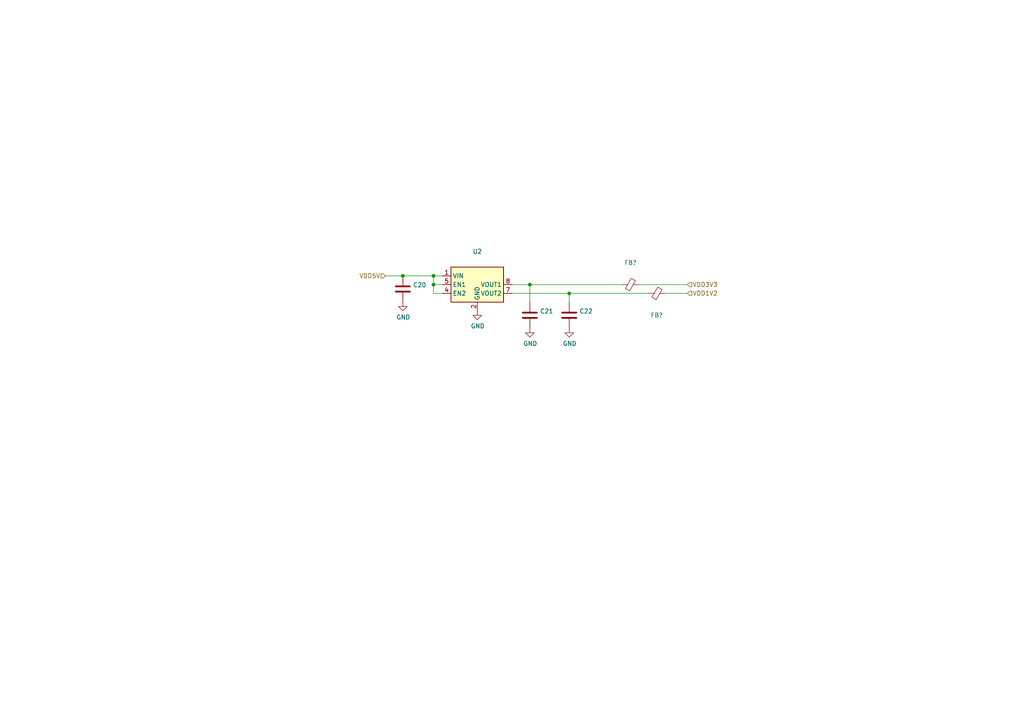
<source format=kicad_sch>
(kicad_sch (version 20211123) (generator eeschema)
  (paper "A4")
  (title_block (title "Power Supply"))
  (lib_symbols
    (symbol "Device:C" (pin_numbers hide) (pin_names (offset 0.254))
      (property "Reference" "C" (at 0.635 2.54 0))
      (property "Value" "C" (at 0.635 -2.54 0))
      (symbol "C_0_1"
        (polyline (pts (xy -2.032 -0.762) (xy 2.032 -0.762)) (stroke (width 0.508)))
        (polyline (pts (xy -2.032 0.762) (xy 2.032 0.762)) (stroke (width 0.508)))
      )
      (symbol "C_1_1"
        (pin passive line (at 0 3.81 270) (length 2.794) (name "~") (number "1"))
        (pin passive line (at 0 -3.81 90) (length 2.794) (name "~") (number "2"))
      )
    )
    (symbol "Regulator_Linear:MIC5355-S4YMME"
      (property "Reference" "U" (at 0 8.89 0))
      (property "Value" "MIC5355-S4YMME" (at 0 6.35 0))
      (symbol "MIC5355-S4YMME_0_1"
        (rectangle (start -7.62 5.08) (end 7.62 -5.08) (stroke (width 0.254)) (fill (type background)))
      )
      (symbol "MIC5355-S4YMME_1_1"
        (pin power_in line (at -10.16 2.54 0) (length 2.54) (name "VIN") (number "1"))
        (pin power_in line (at 0 -7.62 90) (length 2.54) (name "GND") (number "2"))
        (pin no_connect line (at 0 5.08 270) (length 2.54) hide (name "NC") (number "3"))
        (pin input line (at -10.16 -2.54 0) (length 2.54) (name "EN2") (number "4"))
        (pin input line (at -10.16 0 0) (length 2.54) (name "EN1") (number "5"))
        (pin no_connect line (at 7.62 2.54 180) (length 2.54) hide (name "NC") (number "6"))
        (pin power_out line (at 10.16 -2.54 180) (length 2.54) (name "VOUT2") (number "7"))
        (pin power_out line (at 10.16 0 180) (length 2.54) (name "VOUT1") (number "8"))
        (pin passive line (at 0 -7.62 90) (length 2.54) hide (name "GND") (number "9"))
      )
    )
    (symbol "power:GND" (power) (pin_names (offset 0))
      (property "Value" "GND" (at 0 -3.81 0))
      (symbol "GND_0_1"
        (polyline (pts (xy 0 0) (xy 0 -1.27) (xy 1.27 -1.27) (xy 0 -2.54) (xy -1.27 -1.27) (xy 0 -1.27)))
      )
      (symbol "GND_1_1"
        (pin power_in line (at 0 0 270) (length 0) hide (name "GND") (number "1"))
      )
    )
    (symbol "yui-rescue:Ferrite_Bead_Small-Device" (pin_numbers hide) (pin_names (offset 0))
      (property "Reference" "FB" (at 1.905 1.27 0))
      (property "Value" "Ferrite_Bead_Small-Device" (at 1.905 -1.27 0))
      (symbol "Ferrite_Bead_Small-Device_0_1"
        (polyline (pts (xy 0 -1.27) (xy 0 -0.7874)))
        (polyline (pts (xy 0 0.889) (xy 0 1.2954)))
        (polyline (pts (xy -1.8288 0.2794) (xy -1.1176 1.4986) (xy 1.8288 -0.2032) (xy 1.1176 -1.4224) (xy -1.8288 0.2794)))
      )
      (symbol "Ferrite_Bead_Small-Device_1_1"
        (pin passive line (at 0 2.54 270) (length 1.27) (name "~") (number "1"))
        (pin passive line (at 0 -2.54 90) (length 1.27) (name "~") (number "2"))
      )
    )
  )
  (junction (at 125.73 80.01))
  (junction (at 165.1 85.09))
  (junction (at 153.67 82.55))
  (junction (at 125.73 82.55))
  (junction (at 116.84 80.01))
  (wire (pts (xy 125.73 80.01) (xy 128.27 80.01)))
  (wire (pts (xy 199.39 82.55) (xy 185.42 82.55)))
  (wire (pts (xy 125.73 85.09) (xy 128.27 85.09)))
  (wire (pts (xy 148.59 85.09) (xy 165.1 85.09)))
  (wire (pts (xy 125.73 80.01) (xy 125.73 82.55)))
  (wire (pts (xy 125.73 82.55) (xy 125.73 85.09)))
  (wire (pts (xy 153.67 82.55) (xy 180.34 82.55)))
  (wire (pts (xy 193.04 85.09) (xy 199.39 85.09)))
  (wire (pts (xy 153.67 82.55) (xy 153.67 87.63)))
  (wire (pts (xy 116.84 80.01) (xy 125.73 80.01)))
  (wire (pts (xy 148.59 82.55) (xy 153.67 82.55)))
  (wire (pts (xy 125.73 82.55) (xy 128.27 82.55)))
  (wire (pts (xy 111.76 80.01) (xy 116.84 80.01)))
  (wire (pts (xy 165.1 87.63) (xy 165.1 85.09)))
  (wire (pts (xy 165.1 85.09) (xy 187.96 85.09)))
  (hierarchical_label "VDD1V2" (shape input) (at 199.39 85.09 0))
  (hierarchical_label "VDD5V" (shape input) (at 111.76 80.01 180))
  (hierarchical_label "VDD3V3" (shape input) (at 199.39 82.55 0))
  (symbol (lib_id "Regulator_Linear:MIC5355-S4YMME") (at 138.43 82.55 0) (unit 1)
    (property "Reference" "U2" (at 138.43 72.9488 0))
    (property "Datasheet" "http://ww1.microchip.com/downloads/en/DeviceDoc/mic5355_6.pdf" (effects hide))
  )
  (symbol (lib_id "Device:C") (at 116.84 83.82 0) (unit 1)
    (property "Reference" "C20" (at 119.761 82.6516 0) (effects (justify left)))
  )
  (symbol (lib_id "power:GND") (at 116.84 87.63 0) (unit 1)
    (property "Reference" "#PWR09" (effects hide))
  )
  (symbol (lib_id "Device:C") (at 153.67 91.44 0) (unit 1)
    (property "Reference" "C21" (at 156.591 90.2716 0) (effects (justify left)))
  )
  (symbol (lib_id "power:GND") (at 153.67 95.25 0) (unit 1)
    (property "Reference" "#PWR011" (effects hide))
  )
  (symbol (lib_id "Device:C") (at 165.1 91.44 0) (unit 1)
    (property "Reference" "C22" (at 168.021 90.2716 0) (effects (justify left)))
  )
  (symbol (lib_id "power:GND") (at 165.1 95.25 0) (unit 1)
    (property "Reference" "#PWR012" (effects hide))
  )
  (symbol (lib_id "power:GND") (at 138.43 90.17 0) (unit 1)
    (property "Reference" "#PWR010" (effects hide))
  )
  (symbol (lib_id "yui-rescue:Ferrite_Bead_Small-Device") (at 182.88 82.55 90) (unit 1)
    (property "Reference" "FB?" (at 182.88 76.2 90))
    (property "Datasheet" "https://www.mouser.de/datasheet/2/400/eads_commercial_power_mpz1608_en-923650.pdf" (effects hide))
  )
  (symbol (lib_id "yui-rescue:Ferrite_Bead_Small-Device") (at 190.5 85.09 270) (unit 1)
    (property "Reference" "FB?" (at 190.5 91.44 90))
    (property "Datasheet" "https://www.mouser.de/datasheet/2/400/eads_commercial_power_mpz1608_en-923650.pdf" (effects hide))
  )
)
</source>
